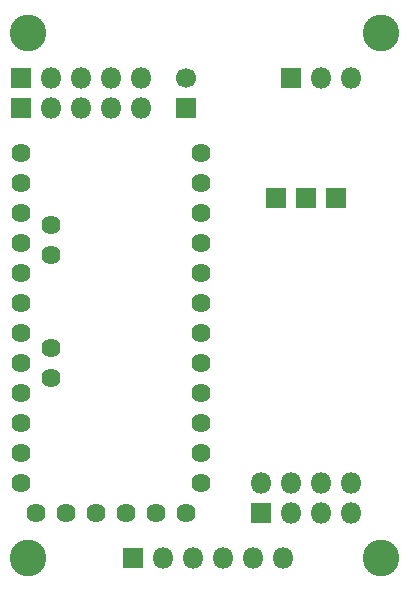
<source format=gbr>
%TF.GenerationSoftware,KiCad,Pcbnew,(5.1.6)-1*%
%TF.CreationDate,2020-12-25T18:58:44-03:00*%
%TF.ProjectId,nRF24L01_Arduino,6e524632-344c-4303-915f-41726475696e,rev?*%
%TF.SameCoordinates,Original*%
%TF.FileFunction,Soldermask,Bot*%
%TF.FilePolarity,Negative*%
%FSLAX46Y46*%
G04 Gerber Fmt 4.6, Leading zero omitted, Abs format (unit mm)*
G04 Created by KiCad (PCBNEW (5.1.6)-1) date 2020-12-25 18:58:44*
%MOMM*%
%LPD*%
G01*
G04 APERTURE LIST*
%ADD10C,3.100000*%
%ADD11R,1.800000X1.800000*%
%ADD12O,1.800000X1.800000*%
%ADD13C,1.624000*%
%ADD14R,1.700000X1.700000*%
%ADD15C,1.700000*%
G04 APERTURE END LIST*
D10*
%TO.C,J12*%
X94615000Y-99060000D03*
%TD*%
%TO.C,J13*%
X64770000Y-54610000D03*
%TD*%
%TO.C,J14*%
X94615000Y-54610000D03*
%TD*%
%TO.C,J11*%
X64770000Y-99060000D03*
%TD*%
D11*
%TO.C,J4*%
X73660000Y-99060000D03*
D12*
X76200000Y-99060000D03*
X78740000Y-99060000D03*
X81280000Y-99060000D03*
X83820000Y-99060000D03*
X86360000Y-99060000D03*
%TD*%
D13*
%TO.C,Mod1*%
X65405000Y-95250000D03*
X67945000Y-95250000D03*
X70485000Y-95250000D03*
X73025000Y-95250000D03*
X75565000Y-95250000D03*
X78105000Y-95250000D03*
X79375000Y-92710000D03*
X79375000Y-90170000D03*
X79375000Y-87630000D03*
X79375000Y-85090000D03*
X79375000Y-82550000D03*
X79375000Y-80010000D03*
X79375000Y-77470000D03*
X79375000Y-74930000D03*
X79375000Y-72390000D03*
X79375000Y-69850000D03*
X79375000Y-67310000D03*
X79375000Y-64770000D03*
X64135000Y-92710000D03*
X64135000Y-90170000D03*
X64135000Y-87630000D03*
X64135000Y-85090000D03*
X64135000Y-82550000D03*
X64135000Y-80010000D03*
X64135000Y-77470000D03*
X64135000Y-74930000D03*
X64135000Y-72390000D03*
X64135000Y-69850000D03*
X64135000Y-67310000D03*
X64135000Y-64770000D03*
X66675000Y-83820000D03*
X66675000Y-81280000D03*
X66675000Y-73406000D03*
X66675000Y-70866000D03*
%TD*%
D11*
%TO.C,J1*%
X64135000Y-60960000D03*
D12*
X66675000Y-60960000D03*
X69215000Y-60960000D03*
X71755000Y-60960000D03*
X74295000Y-60960000D03*
%TD*%
%TO.C,J2*%
X74295000Y-58420000D03*
X71755000Y-58420000D03*
X69215000Y-58420000D03*
X66675000Y-58420000D03*
D11*
X64135000Y-58420000D03*
%TD*%
%TO.C,JP1*%
X90805000Y-68580000D03*
X88265000Y-68580000D03*
X85725000Y-68580000D03*
%TD*%
%TO.C,Mod2*%
X84455000Y-95250000D03*
D12*
X84455000Y-92710000D03*
X86995000Y-95250000D03*
X86995000Y-92710000D03*
X89535000Y-95250000D03*
X89535000Y-92710000D03*
X92075000Y-95250000D03*
X92075000Y-92710000D03*
%TD*%
D14*
%TO.C,C1*%
X78105000Y-60960000D03*
D15*
X78105000Y-58460000D03*
%TD*%
D11*
%TO.C,J3*%
X86995000Y-58420000D03*
D12*
X89535000Y-58420000D03*
X92075000Y-58420000D03*
%TD*%
M02*

</source>
